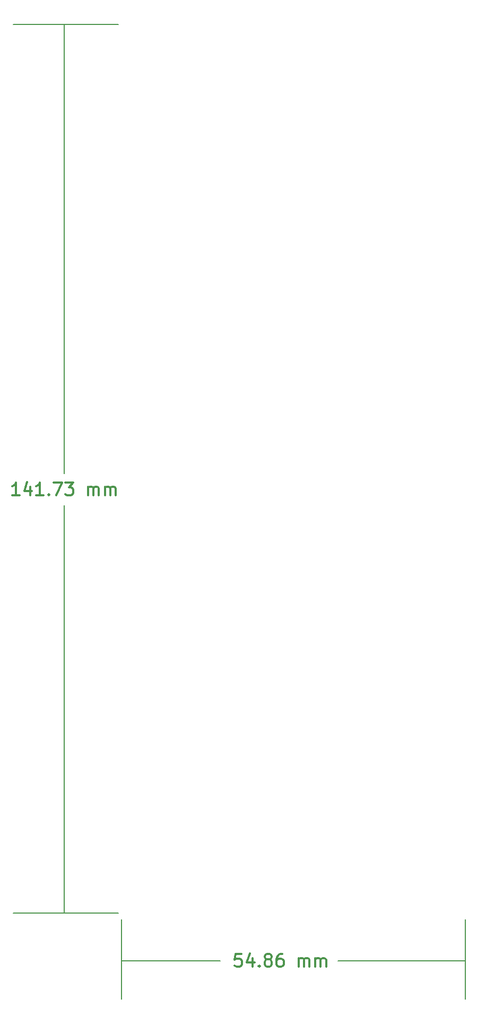
<source format=gbr>
G04 #@! TF.GenerationSoftware,KiCad,Pcbnew,5.1.6-c6e7f7d~87~ubuntu20.04.1*
G04 #@! TF.CreationDate,2020-08-06T14:16:39-04:00*
G04 #@! TF.ProjectId,Buoy_WithGSM,42756f79-5f57-4697-9468-47534d2e6b69,Leonardo Ward*
G04 #@! TF.SameCoordinates,Original*
G04 #@! TF.FileFunction,OtherDrawing,Comment*
%FSLAX46Y46*%
G04 Gerber Fmt 4.6, Leading zero omitted, Abs format (unit mm)*
G04 Created by KiCad (PCBNEW 5.1.6-c6e7f7d~87~ubuntu20.04.1) date 2020-08-06 14:16:39*
%MOMM*%
%LPD*%
G01*
G04 APERTURE LIST*
%ADD10C,0.150000*%
%ADD11C,0.300000*%
G04 APERTURE END LIST*
D10*
X138404600Y-183159400D02*
X158724600Y-183159400D01*
X103860600Y-183159400D02*
X119608600Y-183159400D01*
D11*
X122974885Y-182064161D02*
X122022504Y-182064161D01*
X121927266Y-183016542D01*
X122022504Y-182921304D01*
X122212980Y-182826066D01*
X122689171Y-182826066D01*
X122879647Y-182921304D01*
X122974885Y-183016542D01*
X123070123Y-183207019D01*
X123070123Y-183683209D01*
X122974885Y-183873685D01*
X122879647Y-183968923D01*
X122689171Y-184064161D01*
X122212980Y-184064161D01*
X122022504Y-183968923D01*
X121927266Y-183873685D01*
X124784409Y-182730828D02*
X124784409Y-184064161D01*
X124308219Y-181968923D02*
X123832028Y-183397495D01*
X125070123Y-183397495D01*
X125832028Y-183873685D02*
X125927266Y-183968923D01*
X125832028Y-184064161D01*
X125736790Y-183968923D01*
X125832028Y-183873685D01*
X125832028Y-184064161D01*
X127070123Y-182921304D02*
X126879647Y-182826066D01*
X126784409Y-182730828D01*
X126689171Y-182540352D01*
X126689171Y-182445114D01*
X126784409Y-182254638D01*
X126879647Y-182159400D01*
X127070123Y-182064161D01*
X127451076Y-182064161D01*
X127641552Y-182159400D01*
X127736790Y-182254638D01*
X127832028Y-182445114D01*
X127832028Y-182540352D01*
X127736790Y-182730828D01*
X127641552Y-182826066D01*
X127451076Y-182921304D01*
X127070123Y-182921304D01*
X126879647Y-183016542D01*
X126784409Y-183111780D01*
X126689171Y-183302257D01*
X126689171Y-183683209D01*
X126784409Y-183873685D01*
X126879647Y-183968923D01*
X127070123Y-184064161D01*
X127451076Y-184064161D01*
X127641552Y-183968923D01*
X127736790Y-183873685D01*
X127832028Y-183683209D01*
X127832028Y-183302257D01*
X127736790Y-183111780D01*
X127641552Y-183016542D01*
X127451076Y-182921304D01*
X129546314Y-182064161D02*
X129165361Y-182064161D01*
X128974885Y-182159400D01*
X128879647Y-182254638D01*
X128689171Y-182540352D01*
X128593933Y-182921304D01*
X128593933Y-183683209D01*
X128689171Y-183873685D01*
X128784409Y-183968923D01*
X128974885Y-184064161D01*
X129355838Y-184064161D01*
X129546314Y-183968923D01*
X129641552Y-183873685D01*
X129736790Y-183683209D01*
X129736790Y-183207019D01*
X129641552Y-183016542D01*
X129546314Y-182921304D01*
X129355838Y-182826066D01*
X128974885Y-182826066D01*
X128784409Y-182921304D01*
X128689171Y-183016542D01*
X128593933Y-183207019D01*
X132117742Y-184064161D02*
X132117742Y-182730828D01*
X132117742Y-182921304D02*
X132212980Y-182826066D01*
X132403457Y-182730828D01*
X132689171Y-182730828D01*
X132879647Y-182826066D01*
X132974885Y-183016542D01*
X132974885Y-184064161D01*
X132974885Y-183016542D02*
X133070123Y-182826066D01*
X133260600Y-182730828D01*
X133546314Y-182730828D01*
X133736790Y-182826066D01*
X133832028Y-183016542D01*
X133832028Y-184064161D01*
X134784409Y-184064161D02*
X134784409Y-182730828D01*
X134784409Y-182921304D02*
X134879647Y-182826066D01*
X135070123Y-182730828D01*
X135355838Y-182730828D01*
X135546314Y-182826066D01*
X135641552Y-183016542D01*
X135641552Y-184064161D01*
X135641552Y-183016542D02*
X135736790Y-182826066D01*
X135927266Y-182730828D01*
X136212980Y-182730828D01*
X136403457Y-182826066D01*
X136498695Y-183016542D01*
X136498695Y-184064161D01*
D10*
X158724600Y-176555400D02*
X158724600Y-189255400D01*
X103860600Y-176555400D02*
X103860600Y-189255400D01*
X91668600Y-175539400D02*
X86588600Y-175539400D01*
X94716600Y-110515400D02*
X94716600Y-175539400D01*
X94716600Y-105435400D02*
X94716600Y-33807400D01*
X91668600Y-33807400D02*
X86588600Y-33807400D01*
D11*
X87573742Y-108880161D02*
X86430885Y-108880161D01*
X87002314Y-108880161D02*
X87002314Y-106880161D01*
X86811838Y-107165876D01*
X86621361Y-107356352D01*
X86430885Y-107451590D01*
X89288028Y-107546828D02*
X89288028Y-108880161D01*
X88811838Y-106784923D02*
X88335647Y-108213495D01*
X89573742Y-108213495D01*
X91383266Y-108880161D02*
X90240409Y-108880161D01*
X90811838Y-108880161D02*
X90811838Y-106880161D01*
X90621361Y-107165876D01*
X90430885Y-107356352D01*
X90240409Y-107451590D01*
X92240409Y-108689685D02*
X92335647Y-108784923D01*
X92240409Y-108880161D01*
X92145171Y-108784923D01*
X92240409Y-108689685D01*
X92240409Y-108880161D01*
X93002314Y-106880161D02*
X94335647Y-106880161D01*
X93478504Y-108880161D01*
X94907076Y-106880161D02*
X96145171Y-106880161D01*
X95478504Y-107642066D01*
X95764219Y-107642066D01*
X95954695Y-107737304D01*
X96049933Y-107832542D01*
X96145171Y-108023019D01*
X96145171Y-108499209D01*
X96049933Y-108689685D01*
X95954695Y-108784923D01*
X95764219Y-108880161D01*
X95192790Y-108880161D01*
X95002314Y-108784923D01*
X94907076Y-108689685D01*
X98526123Y-108880161D02*
X98526123Y-107546828D01*
X98526123Y-107737304D02*
X98621361Y-107642066D01*
X98811838Y-107546828D01*
X99097552Y-107546828D01*
X99288028Y-107642066D01*
X99383266Y-107832542D01*
X99383266Y-108880161D01*
X99383266Y-107832542D02*
X99478504Y-107642066D01*
X99668980Y-107546828D01*
X99954695Y-107546828D01*
X100145171Y-107642066D01*
X100240409Y-107832542D01*
X100240409Y-108880161D01*
X101192790Y-108880161D02*
X101192790Y-107546828D01*
X101192790Y-107737304D02*
X101288028Y-107642066D01*
X101478504Y-107546828D01*
X101764219Y-107546828D01*
X101954695Y-107642066D01*
X102049933Y-107832542D01*
X102049933Y-108880161D01*
X102049933Y-107832542D02*
X102145171Y-107642066D01*
X102335647Y-107546828D01*
X102621361Y-107546828D01*
X102811838Y-107642066D01*
X102907076Y-107832542D01*
X102907076Y-108880161D01*
D10*
X103352600Y-175539400D02*
X91668600Y-175539400D01*
X103352600Y-33807400D02*
X91668600Y-33807400D01*
M02*

</source>
